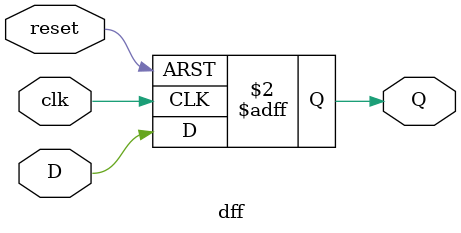
<source format=v>
`timescale 1ns / 1ps


module dff(
    input reset,D,clk,
    output reg Q
    );
    
    always@ (posedge clk or posedge reset) begin
    
    if (reset) begin
    Q <= 1'b0;
    end
    else begin
    Q <= D;
    end
    
    end
    
endmodule

</source>
